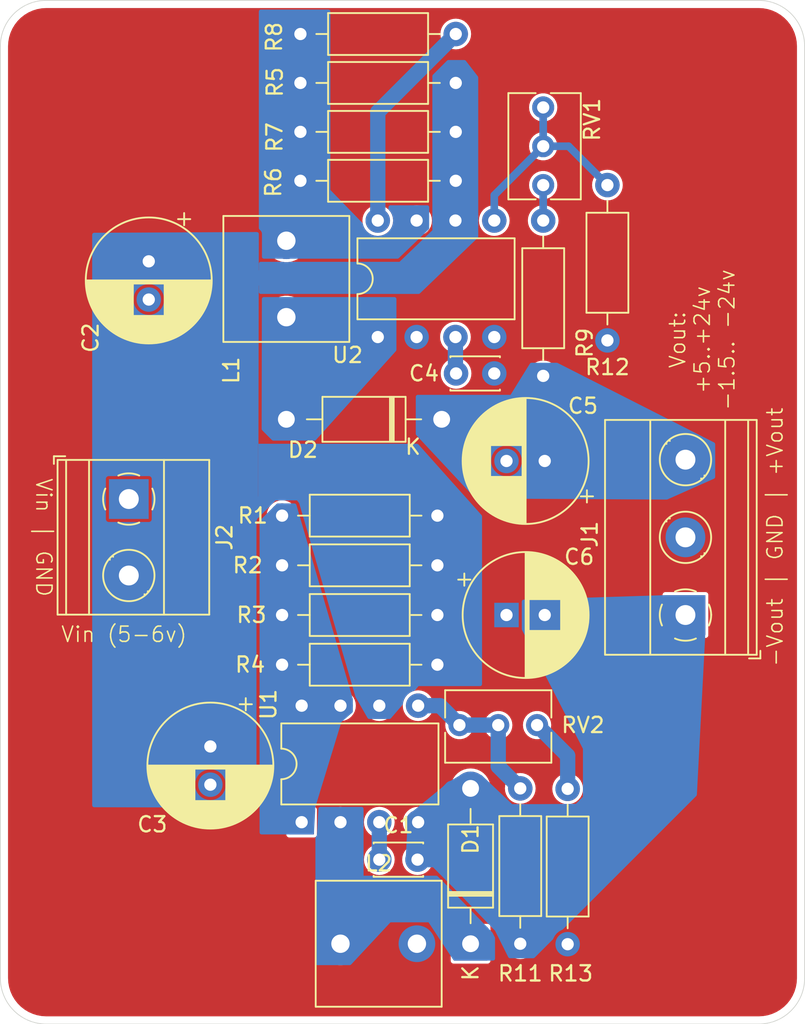
<source format=kicad_pcb>
(kicad_pcb (version 20240108) (generator "pcbnew") (generator_version "8.0")
  (layers (0 "F.Cu" signal) (31 "B.Cu" signal) (34 "B.Paste" user) (35 "F.Paste" user) (36 "B.SilkS" user "B.Silkscreen") (37 "F.SilkS" user "F.Silkscreen") (38 "B.Mask" user) (39 "F.Mask" user) (44 "Edge.Cuts" user))
  (net 0 "")
  (net 1 "Net-(U1-TC)")
  (net 2 "-Vout")
  (net 3 "GND")
  (net 4 "Vin")
  (net 5 "Net-(U2-TC)")
  (net 6 "+Vout")
  (net 7 "Net-(D1-K)")
  (net 8 "Net-(D2-A)")
  (net 9 "Net-(U2-Ipk)")
  (net 10 "Net-(U1-DC)")
  (net 11 "Net-(U2-DC)")
  (net 12 "Net-(R9-Pad2)")
  (net 13 "Net-(U2-Vfb)")
  (net 14 "Net-(R13-Pad2)")
  (net 15 "Net-(U1-Vfb)")
  (footprint "Capacitor_THT:CP_Radial_D8.0mm_P2.50mm" (layer "F.Cu") (at 131.6 81.467349 -90)
    (property "Reference" "C2" (at 5 3.8 90) (layer "F.SilkS"))
    (property "Value" "100uF")
    (pad "1" thru_hole rect (at 0 0 270) (size 1.6 1.6) (drill 0.8) (layers "*.Cu" "*.Mask") (net 4 "Vin"))
    (pad "2" thru_hole circle (at 2.5 0 270) (size 1.6 1.6) (drill 0.8) (layers "*.Cu" "*.Mask") (net 3 "GND"))
  )
  (footprint "Resistor_THT:R_Axial_DIN0207_L6.3mm_D2.5mm_P10.16mm_Horizontal" (layer "F.Cu") (at 161.6 86.64 90)
    (property "Reference" "R12" (at -1.75 0 180) (layer "F.SilkS"))
    (property "Value" "10k")
    (pad "1" thru_hole circle (at 0 0 90) (size 1.6 1.6) (drill 0.8) (layers "*.Cu" "*.Mask") (net 3 "GND"))
    (pad "2" thru_hole oval (at 10.16 0 90) (size 1.6 1.6) (drill 0.8) (layers "*.Cu" "*.Mask") (net 13 "Net-(U2-Vfb)"))
  )
  (footprint "Inductor_THT:L_Radial_L8.0mm_W8.0mm_P5.00mm_Neosid_NE-CPB-07E" (layer "F.Cu") (at 144.14 126.1)
    (property "Reference" "L2" (at 2.5 -5.25 0) (layer "F.SilkS"))
    (property "Value" "42uH")
    (pad "1" thru_hole circle (at 0 0) (size 2.4 2.4) (drill 1.2) (layers "*.Cu" "*.Mask") (net 7 "Net-(D1-K)"))
    (pad "2" thru_hole circle (at 5 0) (size 2.4 2.4) (drill 1.2) (layers "*.Cu" "*.Mask") (net 3 "GND"))
  )
  (footprint "Capacitor_THT:CP_Radial_D8.0mm_P2.50mm" (layer "F.Cu") (at 135.63 113.197349 -90)
    (property "Reference" "C3" (at 5.1 3.8 0) (layer "F.SilkS"))
    (property "Value" "100uF")
    (pad "1" thru_hole rect (at 0 0 270) (size 1.6 1.6) (drill 0.8) (layers "*.Cu" "*.Mask") (net 4 "Vin"))
    (pad "2" thru_hole circle (at 2.5 0 270) (size 1.6 1.6) (drill 0.8) (layers "*.Cu" "*.Mask") (net 3 "GND"))
  )
  (footprint "Package_DIP:DIP-8_W7.62mm" (layer "F.Cu") (at 146.58 86.42 90)
    (property "Reference" "U2" (at -1.18 -1.98 180) (layer "F.SilkS"))
    (property "Value" "MC33063AP")
    (pad "1" thru_hole rect (at 0 0 90) (size 1.6 1.6) (drill 0.8) (layers "*.Cu" "*.Mask") (net 8 "Net-(D2-A)"))
    (pad "2" thru_hole oval (at 0 2.54 90) (size 1.6 1.6) (drill 0.8) (layers "*.Cu" "*.Mask") (net 3 "GND"))
    (pad "3" thru_hole oval (at 0 5.08 90) (size 1.6 1.6) (drill 0.8) (layers "*.Cu" "*.Mask") (net 5 "Net-(U2-TC)"))
    (pad "4" thru_hole oval (at 0 7.62 90) (size 1.6 1.6) (drill 0.8) (layers "*.Cu" "*.Mask") (net 3 "GND"))
    (pad "5" thru_hole oval (at 7.62 7.62 90) (size 1.6 1.6) (drill 0.8) (layers "*.Cu" "*.Mask") (net 13 "Net-(U2-Vfb)"))
    (pad "6" thru_hole oval (at 7.62 5.08 90) (size 1.6 1.6) (drill 0.8) (layers "*.Cu" "*.Mask") (net 4 "Vin"))
    (pad "7" thru_hole oval (at 7.62 2.54 90) (size 1.6 1.6) (drill 0.8) (layers "*.Cu" "*.Mask") (net 9 "Net-(U2-Ipk)"))
    (pad "8" thru_hole oval (at 7.62 0 90) (size 1.6 1.6) (drill 0.8) (layers "*.Cu" "*.Mask") (net 11 "Net-(U2-DC)"))
  )
  (footprint "Potentiometer_THT:Potentiometer_Bourns_3266Y_Vertical" (layer "F.Cu") (at 157.4 71.4 90)
    (property "Reference" "RV1" (at -0.8 3.2 90) (layer "F.SilkS"))
    (property "Value" "200k")
    (pad "1" thru_hole circle (at 0 0 90) (size 1.44 1.44) (drill 0.8) (layers "*.Cu" "*.Mask") (net 13 "Net-(U2-Vfb)"))
    (pad "2" thru_hole circle (at -2.54 0 90) (size 1.44 1.44) (drill 0.8) (layers "*.Cu" "*.Mask") (net 13 "Net-(U2-Vfb)"))
    (pad "3" thru_hole circle (at -5.08 0 90) (size 1.44 1.44) (drill 0.8) (layers "*.Cu" "*.Mask") (net 12 "Net-(R9-Pad2)"))
  )
  (footprint "Resistor_THT:R_Axial_DIN0207_L6.3mm_D2.5mm_P10.16mm_Horizontal" (layer "F.Cu") (at 157.4 88.96 90)
    (property "Reference" "R9" (at 2.16 2.72 90) (layer "F.SilkS"))
    (property "Value" "20k")
    (pad "1" thru_hole circle (at 0 0 90) (size 1.6 1.6) (drill 0.8) (layers "*.Cu" "*.Mask") (net 6 "+Vout"))
    (pad "2" thru_hole oval (at 10.16 0 90) (size 1.6 1.6) (drill 0.8) (layers "*.Cu" "*.Mask") (net 12 "Net-(R9-Pad2)"))
  )
  (footprint "Resistor_THT:R_Axial_DIN0207_L6.3mm_D2.5mm_P10.16mm_Horizontal" (layer "F.Cu") (at 155.9 126.1 90)
    (property "Reference" "R11" (at -1.95 0 0) (layer "F.SilkS"))
    (property "Value" "10k")
    (pad "1" thru_hole circle (at 0 0 90) (size 1.6 1.6) (drill 0.8) (layers "*.Cu" "*.Mask") (net 2 "-Vout"))
    (pad "2" thru_hole oval (at 10.16 0 90) (size 1.6 1.6) (drill 0.8) (layers "*.Cu" "*.Mask") (net 15 "Net-(U1-Vfb)"))
  )
  (footprint "Resistor_THT:R_Axial_DIN0207_L6.3mm_D2.5mm_P10.16mm_Horizontal" (layer "F.Cu") (at 150.48 98.1 180)
    (property "Reference" "R1" (at 12.08 0 0) (layer "F.SilkS"))
    (property "Value" "1R")
    (pad "1" thru_hole circle (at 0 0 180) (size 1.6 1.6) (drill 0.8) (layers "*.Cu" "*.Mask") (net 4 "Vin"))
    (pad "2" thru_hole oval (at 10.16 0 180) (size 1.6 1.6) (drill 0.8) (layers "*.Cu" "*.Mask") (net 10 "Net-(U1-DC)"))
  )
  (footprint "Resistor_THT:R_Axial_DIN0207_L6.3mm_D2.5mm_P10.16mm_Horizontal" (layer "F.Cu") (at 150.48 107.85 180)
    (property "Reference" "R4" (at 12.25 0 0) (layer "F.SilkS"))
    (property "Value" "1R")
    (pad "1" thru_hole circle (at 0 0 180) (size 1.6 1.6) (drill 0.8) (layers "*.Cu" "*.Mask") (net 4 "Vin"))
    (pad "2" thru_hole oval (at 10.16 0 180) (size 1.6 1.6) (drill 0.8) (layers "*.Cu" "*.Mask") (net 10 "Net-(U1-DC)"))
  )
  (footprint "TerminalBlock_Phoenix:TerminalBlock_Phoenix_MKDS-1,5-3-5.08_1x03_P5.08mm_Horizontal" (layer "F.Cu") (at 166.705 104.6 90)
    (property "Reference" "J1" (at 5.28 -6.26 90) (layer "F.SilkS"))
    (property "Value" "Vout")
    (pad "1" thru_hole rect (at 0 0 90) (size 2.6 2.6) (drill 1.3) (layers "*.Cu" "*.Mask") (net 2 "-Vout"))
    (pad "2" thru_hole circle (at 5.08 0 90) (size 2.6 2.6) (drill 1.3) (layers "*.Cu" "*.Mask") (net 3 "GND"))
    (pad "3" thru_hole circle (at 10.16 0 90) (size 2.6 2.6) (drill 1.3) (layers "*.Cu" "*.Mask") (net 6 "+Vout"))
  )
  (footprint "Package_DIP:DIP-8_W7.62mm" (layer "F.Cu") (at 141.6 118.15 90)
    (property "Reference" "U1" (at 7.7 -2.17 90) (layer "F.SilkS"))
    (property "Value" "MC33063AP")
    (pad "1" thru_hole rect (at 0 0 90) (size 1.6 1.6) (drill 0.8) (layers "*.Cu" "*.Mask") (net 10 "Net-(U1-DC)"))
    (pad "2" thru_hole oval (at 0 2.54 90) (size 1.6 1.6) (drill 0.8) (layers "*.Cu" "*.Mask") (net 7 "Net-(D1-K)"))
    (pad "3" thru_hole oval (at 0 5.08 90) (size 1.6 1.6) (drill 0.8) (layers "*.Cu" "*.Mask") (net 1 "Net-(U1-TC)"))
    (pad "4" thru_hole oval (at 0 7.62 90) (size 1.6 1.6) (drill 0.8) (layers "*.Cu" "*.Mask") (net 2 "-Vout"))
    (pad "5" thru_hole oval (at 7.62 7.62 90) (size 1.6 1.6) (drill 0.8) (layers "*.Cu" "*.Mask") (net 15 "Net-(U1-Vfb)"))
    (pad "6" thru_hole oval (at 7.62 5.08 90) (size 1.6 1.6) (drill 0.8) (layers "*.Cu" "*.Mask") (net 4 "Vin"))
    (pad "7" thru_hole oval (at 7.62 2.54 90) (size 1.6 1.6) (drill 0.8) (layers "*.Cu" "*.Mask") (net 10 "Net-(U1-DC)"))
    (pad "8" thru_hole oval (at 7.62 0 90) (size 1.6 1.6) (drill 0.8) (layers "*.Cu" "*.Mask") (net 10 "Net-(U1-DC)"))
  )
  (footprint "Capacitor_THT:CP_Radial_D8.0mm_P2.50mm" (layer "F.Cu") (at 155 104.6)
    (property "Reference" "C6" (at 4.752651 -3.8 0) (layer "F.SilkS"))
    (property "Value" "150uF")
    (pad "1" thru_hole rect (at 0 0) (size 1.6 1.6) (drill 0.8) (layers "*.Cu" "*.Mask") (net 3 "GND"))
    (pad "2" thru_hole circle (at 2.5 0) (size 1.6 1.6) (drill 0.8) (layers "*.Cu" "*.Mask") (net 2 "-Vout"))
  )
  (footprint "Inductor_THT:L_Radial_L8.0mm_W8.0mm_P5.00mm_Neosid_NE-CPB-07E" (layer "F.Cu") (at 140.6 80.12 -90)
    (property "Reference" "L1" (at 8.48 3.6 90) (layer "F.SilkS"))
    (property "Value" "42uH")
    (pad "1" thru_hole circle (at 0 0 270) (size 2.4 2.4) (drill 1.2) (layers "*.Cu" "*.Mask") (net 9 "Net-(U2-Ipk)"))
    (pad "2" thru_hole circle (at 5 0 270) (size 2.4 2.4) (drill 1.2) (layers "*.Cu" "*.Mask") (net 8 "Net-(D2-A)"))
  )
  (footprint "TerminalBlock_Phoenix:TerminalBlock_Phoenix_MKDS-1,5-2_1x02_P5.00mm_Horizontal" (layer "F.Cu") (at 130.295 97.015 -90)
    (property "Reference" "J2" (at 2.5 -6.26 90) (layer "F.SilkS"))
    (property "Value" "V_in")
    (pad "1" thru_hole rect (at 0 0 270) (size 2.6 2.6) (drill 1.3) (layers "*.Cu" "*.Mask") (net 3 "GND"))
    (pad "2" thru_hole circle (at 5 0 270) (size 2.6 2.6) (drill 1.3) (layers "*.Cu" "*.Mask") (net 4 "Vin"))
  )
  (footprint "Resistor_THT:R_Axial_DIN0207_L6.3mm_D2.5mm_P10.16mm_Horizontal" (layer "F.Cu") (at 151.68 76.2 180)
    (property "Reference" "R6" (at 11.93 -0.1 90) (layer "F.SilkS"))
    (property "Value" "1R")
    (pad "1" thru_hole circle (at 0 0 180) (size 1.6 1.6) (drill 0.8) (layers "*.Cu" "*.Mask") (net 4 "Vin"))
    (pad "2" thru_hole oval (at 10.16 0 180) (size 1.6 1.6) (drill 0.8) (layers "*.Cu" "*.Mask") (net 9 "Net-(U2-Ipk)"))
  )
  (footprint "Capacitor_THT:CP_Radial_D8.0mm_P2.50mm" (layer "F.Cu") (at 157.5 94.525 180)
    (property "Reference" "C5" (at -2.5 3.6 0) (layer "F.SilkS"))
    (property "Value" "150uF")
    (pad "1" thru_hole rect (at 0 0 180) (size 1.6 1.6) (drill 0.8) (layers "*.Cu" "*.Mask") (net 6 "+Vout"))
    (pad "2" thru_hole circle (at 2.5 0 180) (size 1.6 1.6) (drill 0.8) (layers "*.Cu" "*.Mask") (net 3 "GND"))
  )
  (footprint "Potentiometer_THT:Potentiometer_Bourns_3266Y_Vertical" (layer "F.Cu") (at 157 111.8)
    (property "Reference" "RV2" (at 3 0 0) (layer "F.SilkS"))
    (property "Value" "200k")
    (pad "1" thru_hole circle (at 0 0) (size 1.44 1.44) (drill 0.8) (layers "*.Cu" "*.Mask") (net 14 "Net-(R13-Pad2)"))
    (pad "2" thru_hole circle (at -2.54 0) (size 1.44 1.44) (drill 0.8) (layers "*.Cu" "*.Mask") (net 15 "Net-(U1-Vfb)"))
    (pad "3" thru_hole circle (at -5.08 0) (size 1.44 1.44) (drill 0.8) (layers "*.Cu" "*.Mask") (net 15 "Net-(U1-Vfb)"))
  )
  (footprint "Resistor_THT:R_Axial_DIN0207_L6.3mm_D2.5mm_P10.16mm_Horizontal" (layer "F.Cu") (at 151.68 73 180)
    (property "Reference" "R7" (at 11.85 -0.35 90) (layer "F.SilkS"))
    (property "Value" "1R")
    (pad "1" thru_hole circle (at 0 0 180) (size 1.6 1.6) (drill 0.8) (layers "*.Cu" "*.Mask") (net 4 "Vin"))
    (pad "2" thru_hole oval (at 10.16 0 180) (size 1.6 1.6) (drill 0.8) (layers "*.Cu" "*.Mask") (net 9 "Net-(U2-Ipk)"))
  )
  (footprint "Resistor_THT:R_Axial_DIN0207_L6.3mm_D2.5mm_P10.16mm_Horizontal" (layer "F.Cu") (at 151.68 66.6 180)
    (property "Reference" "R8" (at 11.88 -0.2 90) (layer "F.SilkS"))
    (property "Value" "200R")
    (pad "1" thru_hole circle (at 0 0 180) (size 1.6 1.6) (drill 0.8) (layers "*.Cu" "*.Mask") (net 11 "Net-(U2-DC)"))
    (pad "2" thru_hole oval (at 10.16 0 180) (size 1.6 1.6) (drill 0.8) (layers "*.Cu" "*.Mask") (net 9 "Net-(U2-Ipk)"))
  )
  (footprint "Resistor_THT:R_Axial_DIN0207_L6.3mm_D2.5mm_P10.16mm_Horizontal" (layer "F.Cu") (at 151.68 69.8 180)
    (property "Reference" "R5" (at 11.83 0.05 90) (layer "F.SilkS"))
    (property "Value" "1R")
    (pad "1" thru_hole circle (at 0 0 180) (size 1.6 1.6) (drill 0.8) (layers "*.Cu" "*.Mask") (net 4 "Vin"))
    (pad "2" thru_hole oval (at 10.16 0 180) (size 1.6 1.6) (drill 0.8) (layers "*.Cu" "*.Mask") (net 9 "Net-(U2-Ipk)"))
  )
  (footprint "Capacitor_THT:C_Disc_D3.0mm_W2.0mm_P2.50mm" (layer "F.Cu") (at 151.7 88.8)
    (property "Reference" "C4" (at -2.1 0 0) (layer "F.SilkS"))
    (property "Value" "330pF")
    (pad "1" thru_hole circle (at 0 0) (size 1.6 1.6) (drill 0.8) (layers "*.Cu" "*.Mask") (net 5 "Net-(U2-TC)"))
    (pad "2" thru_hole circle (at 2.5 0) (size 1.6 1.6) (drill 0.8) (layers "*.Cu" "*.Mask") (net 3 "GND"))
  )
  (footprint "Capacitor_THT:C_Disc_D3.0mm_W2.0mm_P2.50mm" (layer "F.Cu") (at 146.68 120.6)
    (property "Reference" "C1" (at 1.25 -2.25 0) (layer "F.SilkS"))
    (property "Value" "330pF")
    (pad "1" thru_hole circle (at 0 0) (size 1.6 1.6) (drill 0.8) (layers "*.Cu" "*.Mask") (net 1 "Net-(U1-TC)"))
    (pad "2" thru_hole circle (at 2.5 0) (size 1.6 1.6) (drill 0.8) (layers "*.Cu" "*.Mask") (net 2 "-Vout"))
  )
  (footprint "Resistor_THT:R_Axial_DIN0207_L6.3mm_D2.5mm_P10.16mm_Horizontal" (layer "F.Cu") (at 159 126.13 90)
    (property "Reference" "R13" (at -1.92 0.2 180) (layer "F.SilkS"))
    (property "Value" "20k")
    (pad "1" thru_hole circle (at 0 0 90) (size 1.6 1.6) (drill 0.8) (layers "*.Cu" "*.Mask") (net 3 "GND"))
    (pad "2" thru_hole oval (at 10.16 0 90) (size 1.6 1.6) (drill 0.8) (layers "*.Cu" "*.Mask") (net 14 "Net-(R13-Pad2)"))
  )
  (footprint "Resistor_THT:R_Axial_DIN0207_L6.3mm_D2.5mm_P10.16mm_Horizontal" (layer "F.Cu") (at 150.48 104.6 180)
    (property "Reference" "R3" (at 12.16 0 0) (layer "F.SilkS"))
    (property "Value" "1R")
    (pad "1" thru_hole circle (at 0 0 180) (size 1.6 1.6) (drill 0.8) (layers "*.Cu" "*.Mask") (net 4 "Vin"))
    (pad "2" thru_hole oval (at 10.16 0 180) (size 1.6 1.6) (drill 0.8) (layers "*.Cu" "*.Mask") (net 10 "Net-(U1-DC)"))
  )
  (footprint "Diode_THT:D_DO-41_SOD81_P10.16mm_Horizontal" (layer "F.Cu") (at 152.65 126.1 90)
    (property "Reference" "D1" (at 6.83 0 90) (layer "F.SilkS"))
    (property "Value" "1N5819")
    (fp_text user "K" (at -1.92 0 90) (layer "F.SilkS"))
    (pad "1" thru_hole rect (at 0 0 90) (size 2.2 2.2) (drill 1.1) (layers "*.Cu" "*.Mask") (net 7 "Net-(D1-K)"))
    (pad "2" thru_hole oval (at 10.16 0 90) (size 2.2 2.2) (drill 1.1) (layers "*.Cu" "*.Mask") (net 2 "-Vout"))
  )
  (footprint "Resistor_THT:R_Axial_DIN0207_L6.3mm_D2.5mm_P10.16mm_Horizontal" (layer "F.Cu") (at 150.48 101.35 180)
    (property "Reference" "R2" (at 12.41 0 0) (layer "F.SilkS"))
    (property "Value" "1R")
    (pad "1" thru_hole circle (at 0 0 180) (size 1.6 1.6) (drill 0.8) (layers "*.Cu" "*.Mask") (net 4 "Vin"))
    (pad "2" thru_hole oval (at 10.16 0 180) (size 1.6 1.6) (drill 0.8) (layers "*.Cu" "*.Mask") (net 10 "Net-(U1-DC)"))
  )
  (footprint "Diode_THT:D_DO-41_SOD81_P10.16mm_Horizontal" (layer "F.Cu") (at 150.76 91.8 180)
    (property "Reference" "D2" (at 9.08 -2 0) (layer "F.SilkS"))
    (property "Value" "1N5819")
    (fp_text user "K" (at 1.88 -1.8 0) (layer "F.SilkS"))
    (pad "1" thru_hole rect (at 0 0 180) (size 2.2 2.2) (drill 1.1) (layers "*.Cu" "*.Mask") (net 6 "+Vout"))
    (pad "2" thru_hole oval (at 10.16 0 180) (size 2.2 2.2) (drill 1.1) (layers "*.Cu" "*.Mask") (net 8 "Net-(D2-A)"))
  )
  (gr_arc (start 171.5 64.4) (mid 173.62132 65.27868) (end 174.5 67.4) (stroke (width 0.05)) (layer "Edge.Cuts"))
  (gr_line (start 174.5 67.4) (end 174.5 128.35) (stroke (width 0.05)) (layer "Edge.Cuts"))
  (gr_line (start 121.895 128.35) (end 121.895 67.4) (stroke (width 0.05)) (layer "Edge.Cuts"))
  (gr_arc (start 124.895 131.35) (mid 122.77368 130.47132) (end 121.895 128.35) (stroke (width 0.05)) (layer "Edge.Cuts"))
  (gr_line (start 124.895 64.4) (end 171.5 64.4) (stroke (width 0.05)) (layer "Edge.Cuts"))
  (gr_line (start 171.5 131.35) (end 124.895 131.35) (stroke (width 0.05)) (layer "Edge.Cuts"))
  (gr_arc (start 174.5 128.35) (mid 173.62132 130.47132) (end 171.5 131.35) (stroke (width 0.05)) (layer "Edge.Cuts"))
  (gr_arc (start 121.895 67.4) (mid 122.77368 65.27868) (end 124.895 64.4) (stroke (width 0.05)) (layer "Edge.Cuts"))
  (gr_text "-Vout | GND | +Vout" (at 173.15 108.041192 90) (layer "F.SilkS") (effects (font (size 1 1) (thickness 0.1)) (justify left bottom)))
  (gr_text "Vout:\n+5..+24v\n-1.5.. -24v" (at 170 86.6 90) (layer "F.SilkS") (effects (font (size 1 1) (thickness 0.1)) (justify bottom)))
  (gr_text "Vin (5-6v)" (at 125.8 106.45 0) (layer "F.SilkS") (effects (font (size 1 1) (thickness 0.1)) (justify left bottom)))
  (gr_text "Vin | GND" (at 124.15 95.584048 -90) (layer "F.SilkS") (effects (font (size 1 1) (thickness 0.1)) (justify left bottom)))
  (segment (start 146.68 120.6) (end 146.68 118.15) (width 1) (layer "B.Cu") (net 1))
  (segment (start 152.65 115.94) (end 154.18 117.47) (width 1) (layer "B.Cu") (net 2))
  (segment (start 149.18 118.19) (end 149.22 118.15) (width 1) (layer "B.Cu") (net 2))
  (segment (start 157.5 104.6) (end 166.705 104.6) (width 1) (layer "B.Cu") (net 2))
  (segment (start 150.4 120.6) (end 155.9 126.1) (width 1) (layer "B.Cu") (net 2))
  (segment (start 160.5 107.6) (end 157.5 104.6) (width 1) (layer "B.Cu") (net 2))
  (segment (start 149.18 120.6) (end 150.4 120.6) (width 1) (layer "B.Cu") (net 2))
  (segment (start 151.43 115.94) (end 149.22 118.15) (width 1) (layer "B.Cu") (net 2))
  (segment (start 152.65 115.94) (end 151.43 115.94) (width 1) (layer "B.Cu") (net 2))
  (segment (start 160.5 116.7) (end 160.5 107.6) (width 1) (layer "B.Cu") (net 2))
  (segment (start 159.73 117.47) (end 160.5 116.7) (width 1) (layer "B.Cu") (net 2))
  (segment (start 149.18 120.6) (end 149.18 118.19) (width 1) (layer "B.Cu") (net 2))
  (segment (start 154.18 117.47) (end 159.73 117.47) (width 1) (layer "B.Cu") (net 2))
  (segment (start 166.705 99.92) (end 168.705 101.92) (width 1) (layer "F.Cu") (net 3))
  (segment (start 168.705 97.92) (end 166.705 99.92) (width 1) (layer "F.Cu") (net 3))
  (segment (start 148.68 87.92) (end 149.12 87.48) (width 1) (layer "F.Cu") (net 3))
  (segment (start 154.2 86.42) (end 161.38 86.42) (width 1) (layer "F.Cu") (net 3))
  (segment (start 150.62 84.92) (end 152.7 84.92) (width 1) (layer "F.Cu") (net 3))
  (segment (start 154.2 86.42) (end 154.2 88.8) (width 1) (layer "F.Cu") (net 3))
  (segment (start 168.705 116.825) (end 159 126.53) (width 1) (layer "F.Cu") (net 3))
  (segment (start 150.94 128.3) (end 157.23 128.3) (width 1) (layer "F.Cu") (net 3))
  (segment (start 149.14 126.5) (end 150.94 128.3) (width 1) (layer "F.Cu") (net 3))
  (segment (start 149.12 86.42) (end 150.62 84.92) (width 1) (layer "F.Cu") (net 3))
  (segment (start 147.24 128.4) (end 149.14 126.5) (width 1) (layer "F.Cu") (net 3))
  (segment (start 143.352994 128.4) (end 147.24 128.4) (width 1) (layer "F.Cu") (net 3))
  (segment (start 135.63 120.677006) (end 143.352994 128.4) (width 1) (layer "F.Cu") (net 3))
  (segment (start 161.513428 86.82) (end 168.705 94.011572) (width 1) (layer "F.Cu") (net 3))
  (segment (start 130.295 97.015) (end 130.295 85.272349) (width 1) (layer "F.Cu") (net 3))
  (segment (start 160.08 99.92) (end 166.705 99.92) (width 1) (layer "F.Cu") (net 3))
  (segment (start 154.2 93.725) (end 155 94.525) (width 1) (layer "F.Cu") (net 3))
  (segment (start 155 105) (end 157.4 102.6) (width 1) (layer "F.Cu") (net 3))
  (segment (start 135.552651 87.92) (end 148.68 87.92) (width 1) (layer "F.Cu") (net 3))
  (segment (start 135.63 116.097349) (end 135.63 120.677006) (width 1) (layer "F.Cu") (net 3))
  (segment (start 168.705 101.92) (end 168.705 116.825) (width 1) (layer "F.Cu") (net 3))
  (segment (start 152.7 84.92) (end 154.2 86.42) (width 1) (layer "F.Cu") (net 3))
  (segment (start 157.4 102.6) (end 160.08 99.92) (width 1) (layer "F.Cu") (net 3))
  (segment (start 154.2 88.8) (end 154.2 93.725) (width 1) (layer "F.Cu") (net 3))
  (segment (start 149.12 87.48) (end 149.12 86.42) (width 1) (layer "F.Cu") (net 3))
  (segment (start 131.6 83.967349) (end 135.552651 87.92) (width 1) (layer "F.Cu") (net 3))
  (segment (start 130.295 85.272349) (end 131.6 83.967349) (width 1) (layer "F.Cu") (net 3))
  (segment (start 157.23 128.3) (end 159 126.53) (width 1) (layer "F.Cu") (net 3))
  (segment (start 168.705 94.011572) (end 168.705 97.92) (width 1) (layer "F.Cu") (net 3))
  (segment (start 161.38 86.42) (end 161.6 86.64) (width 1) (layer "F.Cu") (net 3))
  (segment (start 131.6 81.467349) (end 132.682651 82.55) (width 1) (layer "B.Cu") (net 4))
  (segment (start 151.66 78.8) (end 151.66 69.82) (width 1.5) (layer "B.Cu") (net 4))
  (segment (start 135.63 113.197349) (end 135.63 101.8) (width 1) (layer "B.Cu") (net 4))
  (segment (start 148.98 96.6) (end 150.48 98.1) (width 1) (layer "B.Cu") (net 4))
  (segment (start 135.415 102.015) (end 135.63 101.8) (width 1) (layer "B.Cu") (net 4))
  (segment (start 133.1 82.967349) (end 131.6 81.467349) (width 1) (layer "B.Cu") (net 4))
  (segment (start 132.682651 82.55) (end 147.91 82.55) (width 1) (layer "B.Cu") (net 4))
  (segment (start 150.48 107.85) (end 150.48 98.1) (width 1) (layer "B.Cu") (net 4))
  (segment (start 147.91 82.55) (end 151.66 78.8) (width 1) (layer "B.Cu") (net 4))
  (segment (start 133.1 99.21) (end 133.1 82.967349) (width 1) (layer "B.Cu") (net 4))
  (segment (start 151.66 69.82) (end 151.68 69.8) (width 1) (layer "B.Cu") (net 4))
  (segment (start 149.36 107.85) (end 150.48 107.85) (width 1) (layer "B.Cu") (net 4))
  (segment (start 130.295 102.015) (end 133.1 99.21) (width 1) (layer "B.Cu") (net 4))
  (segment (start 135.63 100.668679) (end 139.698679 96.6) (width 1) (layer "B.Cu") (net 4))
  (segment (start 135.63 101.8) (end 135.63 100.668679) (width 1) (layer "B.Cu") (net 4))
  (segment (start 146.68 110.53) (end 149.36 107.85) (width 1) (layer "B.Cu") (net 4))
  (segment (start 139.698679 96.6) (end 148.98 96.6) (width 1) (layer "B.Cu") (net 4))
  (segment (start 130.295 102.015) (end 135.415 102.015) (width 1) (layer "B.Cu") (net 4))
  (segment (start 151.66 88.76) (end 151.7 88.8) (width 1) (layer "B.Cu") (net 5))
  (segment (start 151.66 86.42) (end 151.66 88.76) (width 1) (layer "B.Cu") (net 5))
  (segment (start 150.76 91.8) (end 150.76 92.406321) (width 1) (layer "B.Cu") (net 6))
  (segment (start 156 96.025) (end 157.5 94.525) (width 1) (layer "B.Cu") (net 6))
  (segment (start 157.4 88.96) (end 157.4 94.425) (width 0.5) (layer "B.Cu") (net 6))
  (segment (start 157.4 94.425) (end 157.5 94.525) (width 0.5) (layer "B.Cu") (net 6))
  (segment (start 154.378679 96.025) (end 156 96.025) (width 1) (layer "B.Cu") (net 6))
  (segment (start 157.5 94.525) (end 166.62 94.525) (width 1) (layer "B.Cu") (net 6))
  (segment (start 150.76 92.406321) (end 154.378679 96.025) (width 1) (layer "B.Cu") (net 6))
  (segment (start 166.62 94.525) (end 166.705 94.44) (width 1) (layer "B.Cu") (net 6))
  (segment (start 144.14 126.1) (end 144.14 118.15) (width 1) (layer "B.Cu") (net 7))
  (segment (start 146.04 124.2) (end 150.75 124.2) (width 1) (layer "B.Cu") (net 7))
  (segment (start 144.14 126.1) (end 146.04 124.2) (width 1) (layer "B.Cu") (net 7))
  (segment (start 150.75 124.2) (end 152.65 126.1) (width 1) (layer "B.Cu") (net 7))
  (segment (start 140.6 85.12) (end 145.28 85.12) (width 1) (layer "B.Cu") (net 8))
  (segment (start 140.6 85.12) (end 140.6 91.8) (width 1) (layer "B.Cu") (net 8))
  (segment (start 145.28 85.12) (end 146.58 86.42) (width 1) (layer "B.Cu") (net 8))
  (segment (start 141.52 76.2) (end 145.62 80.3) (width 1) (layer "B.Cu") (net 9))
  (segment (start 140.6 77.12) (end 141.52 76.2) (width 1) (layer "B.Cu") (net 9))
  (segment (start 147.62 80.3) (end 149.12 78.8) (width 1) (layer "B.Cu") (net 9))
  (segment (start 141.52 76.2) (end 141.52 66.6) (width 1) (layer "B.Cu") (net 9))
  (segment (start 140.6 80.12) (end 140.6 77.12) (width 1) (layer "B.Cu") (net 9))
  (segment (start 145.62 80.3) (end 147.62 80.3) (width 1) (layer "B.Cu") (net 9))
  (segment (start 141.6 110.53) (end 141.6 118.15) (width 1) (layer "B.Cu") (net 10))
  (segment (start 140.32 109.25) (end 141.6 110.53) (width 1) (layer "B.Cu") (net 10))
  (segment (start 140.32 107.85) (end 140.32 109.25) (width 1) (layer "B.Cu") (net 10))
  (segment (start 140.32 98.1) (end 140.32 107.85) (width 1) (layer "B.Cu") (net 10))
  (segment (start 144.14 110.53) (end 141.6 110.53) (width 1) (layer "B.Cu") (net 10))
  (segment (start 146.58 71.7) (end 151.68 66.6) (width 1) (layer "B.Cu") (net 11))
  (segment (start 146.58 78.8) (end 146.58 71.7) (width 1) (layer "B.Cu") (net 11))
  (segment (start 157.4 76.48) (end 157.4 78.8) (width 0.5) (layer "B.Cu") (net 12))
  (segment (start 154.2 77.14) (end 157.4 73.94) (width 0.5) (layer "B.Cu") (net 13))
  (segment (start 154.2 78.8) (end 154.2 77.14) (width 0.5) (layer "B.Cu") (net 13))
  (segment (start 157.4 73.94) (end 159.06 73.94) (width 0.5) (layer "B.Cu") (net 13))
  (segment (start 159.06 73.94) (end 161.6 76.48) (width 0.5) (layer "B.Cu") (net 13))
  (segment (start 157.4 73.94) (end 157.4 71.4) (width 0.5) (layer "B.Cu") (net 13))
  (segment (start 159 113.8) (end 157 111.8) (width 1) (layer "B.Cu") (net 14))
  (segment (start 159 115.97) (end 159 113.8) (width 1) (layer "B.Cu") (net 14))
  (segment (start 150.65 110.53) (end 151.92 111.8) (width 1) (layer "B.Cu") (net 15))
  (segment (start 154.46 111.8) (end 154.46 114.5) (width 1) (layer "B.Cu") (net 15))
  (segment (start 154.46 114.5) (end 155.9 115.94) (width 1) (layer "B.Cu") (net 15))
  (segment (start 149.22 110.53) (end 150.65 110.53) (width 1) (layer "B.Cu") (net 15))
  (segment (start 151.92 111.8) (end 154.46 111.8) (width 1) (layer "B.Cu") (net 15))
  (zone (net 3) (net_name "GND") (layer "F.Cu") (priority 5) (connect_pads yes (clearance 0.2)) (min_thickness 0.25) (fill yes (thermal_gap 0.4) (thermal_bridge_width 0.8))
    (polygon (pts (xy 121.89 64.375) (xy 174.5 64.375) (xy 174.5 131.325) (xy 121.89 131.325)))
  )
  (zone (net 2) (net_name "-Vout") (layer "B.Cu") (priority 3) (connect_pads yes (clearance 0.2)) (min_thickness 0.25) (fill yes (thermal_gap 0.4) (thermal_bridge_width 0.8))
    (polygon (pts (xy 154.25 125.25) (xy 155.15 127.05) (xy 156.8 127.05) (xy 167.45 116.4) (xy 168 105.9) (xy 168 103.3) (xy 165.4 103.3) (xy 156 103.6) (xy 156 105.55) (xy 160.05 113.45) (xy 160 116.5) (xy 159.55 116.95) (xy 155.4 117) (xy 153.35 115.05) (xy 152.1 115) (xy 151.25 115.5) (xy 148.55 117.7) (xy 148.4 120.75) (xy 150.25 121.1)))
  )
  (zone (net 4) (net_name "Vin") (layer "B.Cu") (priority 7) (connect_pads yes (clearance 0.2)) (min_thickness 0.25) (fill yes (thermal_gap 0.5) (thermal_bridge_width 0.5))
    (polygon (pts (xy 138.75 93.4) (xy 149.2 93.4) (xy 153.4 98.1) (xy 153.4 109.25) (xy 149.25 109.25) (xy 147.4 111.4) (xy 145.95 111.4) (xy 144.8 109.4) (xy 141.3 97.1) (xy 138.75 97.1)))
  )
  (zone (net 4) (net_name "Vin") (layer "B.Cu") (priority 9) (connect_pads yes (clearance 0.2)) (min_thickness 0.25) (fill yes (thermal_gap 0.5) (thermal_bridge_width 0.5))
    (polygon (pts (xy 138.8 81.5) (xy 148 81.5) (xy 150.15 79.435) (xy 150.15 69.3) (xy 151.15 68.3) (xy 152.3 68.3) (xy 153.15 69.4) (xy 153.15 79.9) (xy 149.3 83.6) (xy 138.8 83.6)))
  )
  (zone (net 10) (net_name "Net-(U1-DC)") (layer "B.Cu") (priority 8) (connect_pads yes (clearance 0.2)) (min_thickness 0.25) (fill yes (thermal_gap 0.5) (thermal_bridge_width 0.5))
    (polygon (pts (xy 142.4 118.95) (xy 138.85 118.95) (xy 138.85 98.3) (xy 139.95 97.2) (xy 141.2 97.2) (xy 144.95 110.1) (xy 144.95 110.95) (xy 144.2 111.6) (xy 142.5 117.15)))
  )
  (zone (net 7) (net_name "Net-(D1-K)") (layer "B.Cu") (priority 2) (connect_pads yes (clearance 0.2)) (min_thickness 0.25) (fill yes (thermal_gap 0.4) (thermal_bridge_width 0.8))
    (polygon (pts (xy 151.55 127.2) (xy 154.25 127.2) (xy 154.25 125.25) (xy 150.6 121.65) (xy 145.65 121.65) (xy 145.65 117.15) (xy 142.5 117.15) (xy 142.5 127.5) (xy 144.8 127.5) (xy 147.55 124.55) (xy 149.8 124.55)))
  )
  (zone (net 8) (net_name "Net-(D2-A)") (layer "B.Cu") (priority 1) (connect_pads yes (clearance 0.2)) (min_thickness 0.25) (fill yes (thermal_gap 0.4) (thermal_bridge_width 0.8))
    (polygon (pts (xy 138.9 83.6) (xy 147.8 83.6) (xy 147.8 87.3) (xy 142.4 93.3) (xy 139.8 93.3) (xy 138.9 92.4)))
  )
  (zone (net 9) (net_name "Net-(U2-Ipk)") (layer "B.Cu") (connect_pads yes (clearance 0.2)) (min_thickness 0.25) (fill yes (thermal_gap 0.4) (thermal_bridge_width 0.8))
    (polygon (pts (xy 147.2 79.6) (xy 147.2 77.8) (xy 150.2 77.8) (xy 150.19 79.435) (xy 148 81.5) (xy 138.8 81.5) (xy 138.8 65) (xy 143.48 65) (xy 143.48 76.8) (xy 146.2 79.6)))
  )
  (zone (net 6) (net_name "+Vout") (layer "B.Cu") (priority 6) (connect_pads yes (clearance 0.2)) (min_thickness 0.25) (fill yes (thermal_gap 0.4) (thermal_bridge_width 0.8))
    (polygon (pts (xy 149.065 90.2) (xy 155.265 90.2) (xy 156.565 88.1) (xy 158.315 88.1) (xy 168.65 93.35) (xy 168.65 95.65) (xy 165.5 97.05) (xy 152.969 96.979) (xy 149.065 92.8)))
  )
  (zone (net 4) (net_name "Vin") (layer "B.Cu") (priority 4) (connect_pads yes (clearance 0.2)) (min_thickness 0.25) (fill yes (thermal_gap 0.4) (thermal_bridge_width 0.8))
    (polygon (pts (xy 127.9 79.6) (xy 138.8 79.55) (xy 138.734 117.200255) (xy 127.9 117.171651)))
  )
)
</source>
